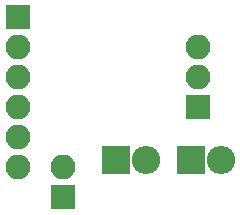
<source format=gts>
G04 #@! TF.FileFunction,Soldermask,Top*
%FSLAX46Y46*%
G04 Gerber Fmt 4.6, Leading zero omitted, Abs format (unit mm)*
G04 Created by KiCad (PCBNEW 4.0.6) date 08/27/17 18:35:28*
%MOMM*%
%LPD*%
G01*
G04 APERTURE LIST*
%ADD10C,0.100000*%
%ADD11R,2.100000X2.100000*%
%ADD12O,2.100000X2.100000*%
%ADD13O,2.398980X2.398980*%
%ADD14R,2.398980X2.398980*%
G04 APERTURE END LIST*
D10*
D11*
X133350000Y-87630000D03*
D12*
X133350000Y-90170000D03*
X133350000Y-92710000D03*
X133350000Y-95250000D03*
X133350000Y-97790000D03*
X133350000Y-100330000D03*
D13*
X150495000Y-99695000D03*
D14*
X147955000Y-99695000D03*
D13*
X144145000Y-99695000D03*
D14*
X141605000Y-99695000D03*
D11*
X148590000Y-95250000D03*
D12*
X148590000Y-92710000D03*
X148590000Y-90170000D03*
D11*
X137160000Y-102870000D03*
D12*
X137160000Y-100330000D03*
M02*

</source>
